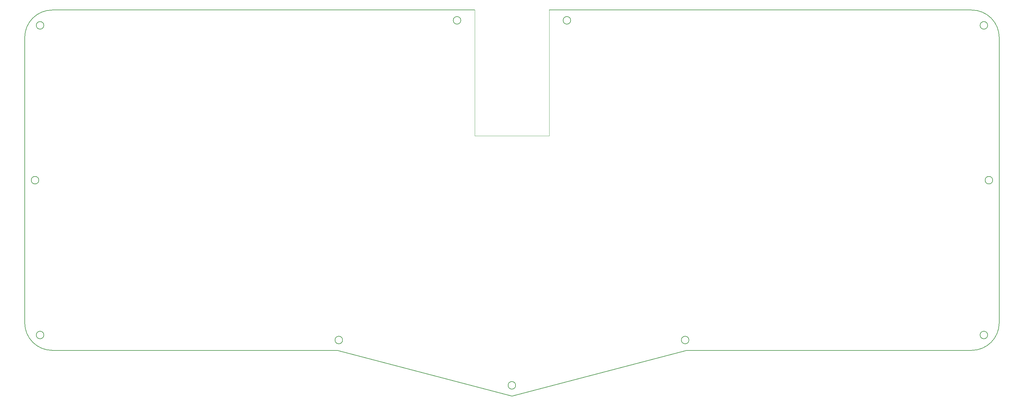
<source format=gbr>
G04 #@! TF.GenerationSoftware,KiCad,Pcbnew,(5.1.0)-1*
G04 #@! TF.CreationDate,2019-06-28T01:05:22+08:00*
G04 #@! TF.ProjectId,Kamaitachi_BottomPlate,4b616d61-6974-4616-9368-695f426f7474,rev?*
G04 #@! TF.SameCoordinates,Original*
G04 #@! TF.FileFunction,Profile,NP*
%FSLAX46Y46*%
G04 Gerber Fmt 4.6, Leading zero omitted, Abs format (unit mm)*
G04 Created by KiCad (PCBNEW (5.1.0)-1) date 2019-06-28 01:05:22*
%MOMM*%
%LPD*%
G04 APERTURE LIST*
%ADD10C,0.050000*%
%ADD11C,0.200000*%
G04 APERTURE END LIST*
D10*
X144001095Y-66675280D02*
X165614295Y-66675280D01*
X144001095Y-30044339D02*
X144001095Y-66675280D01*
X165614295Y-30044339D02*
X165614295Y-66675280D01*
D11*
X104019646Y-129110639D02*
X21001095Y-129110639D01*
X13001095Y-38044337D02*
G75*
G02X21001095Y-30044339I7999999J-1D01*
G01*
X293249828Y-34508805D02*
G75*
G03X293249828Y-34508805I-1100000J0D01*
G01*
X171895795Y-33044339D02*
G75*
G03X171895795Y-33044339I-1100000J0D01*
G01*
X296614295Y-38044339D02*
X296614295Y-121110639D01*
X288614295Y-129110639D02*
X205596166Y-129110639D01*
X154781505Y-142404782D02*
X104019646Y-129110639D01*
X13001094Y-121110639D02*
X13001094Y-38044339D01*
X139919696Y-33044339D02*
G75*
G03X139919696Y-33044339I-1100000J0D01*
G01*
X21001095Y-30044339D02*
X144001095Y-30044339D01*
X18565561Y-34508805D02*
G75*
G03X18565561Y-34508805I-1100000J0D01*
G01*
X296614296Y-121110638D02*
G75*
G02X288614295Y-129110639I-8000001J0D01*
G01*
X165614295Y-30044339D02*
X288614295Y-30044339D01*
X21001095Y-129110639D02*
G75*
G02X13001095Y-121110639I0J8000000D01*
G01*
X288614295Y-30044339D02*
G75*
G02X296614295Y-38044339I0J-8000000D01*
G01*
X205596166Y-129110639D02*
X154781505Y-142404782D01*
X17101094Y-79577489D02*
G75*
G03X17101094Y-79577489I-1099999J0D01*
G01*
X105505970Y-126110639D02*
G75*
G03X105505970Y-126110639I-1100000J0D01*
G01*
X18565561Y-124646172D02*
G75*
G03X18565561Y-124646172I-1100000J0D01*
G01*
X293249828Y-124646172D02*
G75*
G03X293249828Y-124646172I-1100000J0D01*
G01*
X206310230Y-126110639D02*
G75*
G03X206310230Y-126110639I-1100000J0D01*
G01*
X294714295Y-79577489D02*
G75*
G03X294714295Y-79577489I-1100000J0D01*
G01*
X155881900Y-139303710D02*
G75*
G03X155881900Y-139303710I-1100000J0D01*
G01*
M02*

</source>
